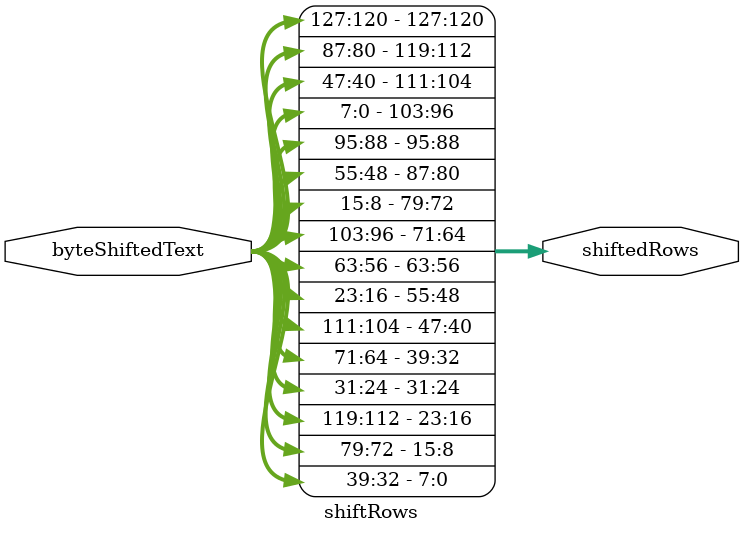
<source format=v>
/*
    shift rows
*/

module shiftRows(
    input wire[127:0] byteShiftedText,
    output wire[127:0] shiftedRows
);




assign shiftedRows[127:120] = byteShiftedText[127:120];
assign shiftedRows[119:112] = byteShiftedText[87:80];
assign shiftedRows[111:104] = byteShiftedText[47:40];
assign shiftedRows[103:96] = byteShiftedText[7:0];
assign shiftedRows[95:88] = byteShiftedText[95:88];
assign shiftedRows[87:80] = byteShiftedText[55:48];
assign shiftedRows[79:72] = byteShiftedText[15:8];
assign shiftedRows[71:64] = byteShiftedText[103:96];
assign shiftedRows[63:56] = byteShiftedText[63:56];
assign shiftedRows[55:48] = byteShiftedText[23:16];
assign shiftedRows[47:40] = byteShiftedText[111:104];
assign shiftedRows[39:32] = byteShiftedText[71:64];
assign shiftedRows[31:24] = byteShiftedText[31:24];
assign shiftedRows[23:16] = byteShiftedText[119:112];
assign shiftedRows[15:8] = byteShiftedText[79:72];
assign shiftedRows[7:0] = byteShiftedText[39:32];



endmodule
</source>
